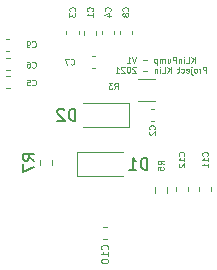
<source format=gbo>
%TF.GenerationSoftware,KiCad,Pcbnew,(5.1.8)-1*%
%TF.CreationDate,2020-11-23T23:28:54+01:00*%
%TF.ProjectId,KLinPump_PCB,4b4c696e-5075-46d7-905f-5043422e6b69,rev?*%
%TF.SameCoordinates,PX6a9eec0PY52f83c0*%
%TF.FileFunction,Legend,Bot*%
%TF.FilePolarity,Positive*%
%FSLAX46Y46*%
G04 Gerber Fmt 4.6, Leading zero omitted, Abs format (unit mm)*
G04 Created by KiCad (PCBNEW (5.1.8)-1) date 2020-11-23 23:28:54*
%MOMM*%
%LPD*%
G01*
G04 APERTURE LIST*
%ADD10C,0.100000*%
%ADD11C,0.120000*%
%ADD12C,0.150000*%
G04 APERTURE END LIST*
D10*
X20307142Y-7801190D02*
X20307142Y-7301190D01*
X20021428Y-7801190D02*
X20235714Y-7515476D01*
X20021428Y-7301190D02*
X20307142Y-7586904D01*
X19569047Y-7801190D02*
X19807142Y-7801190D01*
X19807142Y-7301190D01*
X19402380Y-7801190D02*
X19402380Y-7467857D01*
X19402380Y-7301190D02*
X19426190Y-7325000D01*
X19402380Y-7348809D01*
X19378571Y-7325000D01*
X19402380Y-7301190D01*
X19402380Y-7348809D01*
X19164285Y-7467857D02*
X19164285Y-7801190D01*
X19164285Y-7515476D02*
X19140476Y-7491666D01*
X19092857Y-7467857D01*
X19021428Y-7467857D01*
X18973809Y-7491666D01*
X18950000Y-7539285D01*
X18950000Y-7801190D01*
X18711904Y-7801190D02*
X18711904Y-7301190D01*
X18521428Y-7301190D01*
X18473809Y-7325000D01*
X18450000Y-7348809D01*
X18426190Y-7396428D01*
X18426190Y-7467857D01*
X18450000Y-7515476D01*
X18473809Y-7539285D01*
X18521428Y-7563095D01*
X18711904Y-7563095D01*
X17997619Y-7467857D02*
X17997619Y-7801190D01*
X18211904Y-7467857D02*
X18211904Y-7729761D01*
X18188095Y-7777380D01*
X18140476Y-7801190D01*
X18069047Y-7801190D01*
X18021428Y-7777380D01*
X17997619Y-7753571D01*
X17759523Y-7801190D02*
X17759523Y-7467857D01*
X17759523Y-7515476D02*
X17735714Y-7491666D01*
X17688095Y-7467857D01*
X17616666Y-7467857D01*
X17569047Y-7491666D01*
X17545238Y-7539285D01*
X17545238Y-7801190D01*
X17545238Y-7539285D02*
X17521428Y-7491666D01*
X17473809Y-7467857D01*
X17402380Y-7467857D01*
X17354761Y-7491666D01*
X17330952Y-7539285D01*
X17330952Y-7801190D01*
X17092857Y-7467857D02*
X17092857Y-7967857D01*
X17092857Y-7491666D02*
X17045238Y-7467857D01*
X16950000Y-7467857D01*
X16902380Y-7491666D01*
X16878571Y-7515476D01*
X16854761Y-7563095D01*
X16854761Y-7705952D01*
X16878571Y-7753571D01*
X16902380Y-7777380D01*
X16950000Y-7801190D01*
X17045238Y-7801190D01*
X17092857Y-7777380D01*
X16259523Y-7610714D02*
X15878571Y-7610714D01*
X15330952Y-7301190D02*
X15164285Y-7801190D01*
X14997619Y-7301190D01*
X14569047Y-7801190D02*
X14854761Y-7801190D01*
X14711904Y-7801190D02*
X14711904Y-7301190D01*
X14759523Y-7372619D01*
X14807142Y-7420238D01*
X14854761Y-7444047D01*
X21283333Y-8651190D02*
X21283333Y-8151190D01*
X21092857Y-8151190D01*
X21045238Y-8175000D01*
X21021428Y-8198809D01*
X20997619Y-8246428D01*
X20997619Y-8317857D01*
X21021428Y-8365476D01*
X21045238Y-8389285D01*
X21092857Y-8413095D01*
X21283333Y-8413095D01*
X20783333Y-8651190D02*
X20783333Y-8317857D01*
X20783333Y-8413095D02*
X20759523Y-8365476D01*
X20735714Y-8341666D01*
X20688095Y-8317857D01*
X20640476Y-8317857D01*
X20402380Y-8651190D02*
X20450000Y-8627380D01*
X20473809Y-8603571D01*
X20497619Y-8555952D01*
X20497619Y-8413095D01*
X20473809Y-8365476D01*
X20450000Y-8341666D01*
X20402380Y-8317857D01*
X20330952Y-8317857D01*
X20283333Y-8341666D01*
X20259523Y-8365476D01*
X20235714Y-8413095D01*
X20235714Y-8555952D01*
X20259523Y-8603571D01*
X20283333Y-8627380D01*
X20330952Y-8651190D01*
X20402380Y-8651190D01*
X20021428Y-8317857D02*
X20021428Y-8746428D01*
X20045238Y-8794047D01*
X20092857Y-8817857D01*
X20116666Y-8817857D01*
X20021428Y-8151190D02*
X20045238Y-8175000D01*
X20021428Y-8198809D01*
X19997619Y-8175000D01*
X20021428Y-8151190D01*
X20021428Y-8198809D01*
X19592857Y-8627380D02*
X19640476Y-8651190D01*
X19735714Y-8651190D01*
X19783333Y-8627380D01*
X19807142Y-8579761D01*
X19807142Y-8389285D01*
X19783333Y-8341666D01*
X19735714Y-8317857D01*
X19640476Y-8317857D01*
X19592857Y-8341666D01*
X19569047Y-8389285D01*
X19569047Y-8436904D01*
X19807142Y-8484523D01*
X19140476Y-8627380D02*
X19188095Y-8651190D01*
X19283333Y-8651190D01*
X19330952Y-8627380D01*
X19354761Y-8603571D01*
X19378571Y-8555952D01*
X19378571Y-8413095D01*
X19354761Y-8365476D01*
X19330952Y-8341666D01*
X19283333Y-8317857D01*
X19188095Y-8317857D01*
X19140476Y-8341666D01*
X18997619Y-8317857D02*
X18807142Y-8317857D01*
X18926190Y-8151190D02*
X18926190Y-8579761D01*
X18902380Y-8627380D01*
X18854761Y-8651190D01*
X18807142Y-8651190D01*
X18259523Y-8651190D02*
X18259523Y-8151190D01*
X17973809Y-8651190D02*
X18188095Y-8365476D01*
X17973809Y-8151190D02*
X18259523Y-8436904D01*
X17521428Y-8651190D02*
X17759523Y-8651190D01*
X17759523Y-8151190D01*
X17354761Y-8651190D02*
X17354761Y-8317857D01*
X17354761Y-8151190D02*
X17378571Y-8175000D01*
X17354761Y-8198809D01*
X17330952Y-8175000D01*
X17354761Y-8151190D01*
X17354761Y-8198809D01*
X17116666Y-8317857D02*
X17116666Y-8651190D01*
X17116666Y-8365476D02*
X17092857Y-8341666D01*
X17045238Y-8317857D01*
X16973809Y-8317857D01*
X16926190Y-8341666D01*
X16902380Y-8389285D01*
X16902380Y-8651190D01*
X16283333Y-8460714D02*
X15902380Y-8460714D01*
X15307142Y-8198809D02*
X15283333Y-8175000D01*
X15235714Y-8151190D01*
X15116666Y-8151190D01*
X15069047Y-8175000D01*
X15045238Y-8198809D01*
X15021428Y-8246428D01*
X15021428Y-8294047D01*
X15045238Y-8365476D01*
X15330952Y-8651190D01*
X15021428Y-8651190D01*
X14711904Y-8151190D02*
X14664285Y-8151190D01*
X14616666Y-8175000D01*
X14592857Y-8198809D01*
X14569047Y-8246428D01*
X14545238Y-8341666D01*
X14545238Y-8460714D01*
X14569047Y-8555952D01*
X14592857Y-8603571D01*
X14616666Y-8627380D01*
X14664285Y-8651190D01*
X14711904Y-8651190D01*
X14759523Y-8627380D01*
X14783333Y-8603571D01*
X14807142Y-8555952D01*
X14830952Y-8460714D01*
X14830952Y-8341666D01*
X14807142Y-8246428D01*
X14783333Y-8198809D01*
X14759523Y-8175000D01*
X14711904Y-8151190D01*
X14354761Y-8198809D02*
X14330952Y-8175000D01*
X14283333Y-8151190D01*
X14164285Y-8151190D01*
X14116666Y-8175000D01*
X14092857Y-8198809D01*
X14069047Y-8246428D01*
X14069047Y-8294047D01*
X14092857Y-8365476D01*
X14378571Y-8651190D01*
X14069047Y-8651190D01*
X13592857Y-8651190D02*
X13878571Y-8651190D01*
X13735714Y-8651190D02*
X13735714Y-8151190D01*
X13783333Y-8222619D01*
X13830952Y-8270238D01*
X13878571Y-8294047D01*
D11*
%TO.C,R3*%
X16927064Y-9190000D02*
X15472936Y-9190000D01*
X16927064Y-11010000D02*
X15472936Y-11010000D01*
%TO.C,C8*%
X13940000Y-5390580D02*
X13940000Y-5109420D01*
X14960000Y-5390580D02*
X14960000Y-5109420D01*
%TO.C,C4*%
X12430000Y-5390580D02*
X12430000Y-5109420D01*
X13450000Y-5390580D02*
X13450000Y-5109420D01*
%TO.C,C1*%
X11960000Y-5415580D02*
X11960000Y-5134420D01*
X10940000Y-5415580D02*
X10940000Y-5134420D01*
%TO.C,C3*%
X10460000Y-5390580D02*
X10460000Y-5109420D01*
X9440000Y-5390580D02*
X9440000Y-5109420D01*
%TO.C,C2*%
X16559420Y-11740000D02*
X16840580Y-11740000D01*
X16559420Y-12760000D02*
X16840580Y-12760000D01*
%TO.C,C5*%
X4354420Y-9950000D02*
X4635580Y-9950000D01*
X4354420Y-8930000D02*
X4635580Y-8930000D01*
%TO.C,C6*%
X4359420Y-7390000D02*
X4640580Y-7390000D01*
X4359420Y-8410000D02*
X4640580Y-8410000D01*
%TO.C,C7*%
X11840580Y-7240000D02*
X11559420Y-7240000D01*
X11840580Y-8260000D02*
X11559420Y-8260000D01*
%TO.C,C9*%
X4309420Y-6835000D02*
X4590580Y-6835000D01*
X4309420Y-5815000D02*
X4590580Y-5815000D01*
%TO.C,C10*%
X12840580Y-21740000D02*
X12559420Y-21740000D01*
X12840580Y-22760000D02*
X12559420Y-22760000D01*
%TO.C,C11*%
X20690000Y-18640580D02*
X20690000Y-18359420D01*
X21710000Y-18640580D02*
X21710000Y-18359420D01*
%TO.C,C12*%
X19710000Y-18359420D02*
X19710000Y-18640580D01*
X18690000Y-18359420D02*
X18690000Y-18640580D01*
%TO.C,R5*%
X17972500Y-18337742D02*
X17972500Y-18812258D01*
X16927500Y-18337742D02*
X16927500Y-18812258D01*
%TO.C,D1*%
X10300000Y-17400000D02*
X14200000Y-17400000D01*
X10300000Y-15400000D02*
X14200000Y-15400000D01*
X10300000Y-17400000D02*
X10300000Y-15400000D01*
%TO.C,D2*%
X14750000Y-11250000D02*
X14750000Y-13250000D01*
X14750000Y-13250000D02*
X10850000Y-13250000D01*
X14750000Y-11250000D02*
X10850000Y-11250000D01*
%TO.C,R7*%
X7177500Y-16012742D02*
X7177500Y-16487258D01*
X8222500Y-16012742D02*
X8222500Y-16487258D01*
%TO.C,R3*%
D10*
X13483333Y-10026190D02*
X13650000Y-9788095D01*
X13769047Y-10026190D02*
X13769047Y-9526190D01*
X13578571Y-9526190D01*
X13530952Y-9550000D01*
X13507142Y-9573809D01*
X13483333Y-9621428D01*
X13483333Y-9692857D01*
X13507142Y-9740476D01*
X13530952Y-9764285D01*
X13578571Y-9788095D01*
X13769047Y-9788095D01*
X13316666Y-9526190D02*
X13007142Y-9526190D01*
X13173809Y-9716666D01*
X13102380Y-9716666D01*
X13054761Y-9740476D01*
X13030952Y-9764285D01*
X13007142Y-9811904D01*
X13007142Y-9930952D01*
X13030952Y-9978571D01*
X13054761Y-10002380D01*
X13102380Y-10026190D01*
X13245238Y-10026190D01*
X13292857Y-10002380D01*
X13316666Y-9978571D01*
%TO.C,C8*%
X14628571Y-3416666D02*
X14652380Y-3392857D01*
X14676190Y-3321428D01*
X14676190Y-3273809D01*
X14652380Y-3202380D01*
X14604761Y-3154761D01*
X14557142Y-3130952D01*
X14461904Y-3107142D01*
X14390476Y-3107142D01*
X14295238Y-3130952D01*
X14247619Y-3154761D01*
X14200000Y-3202380D01*
X14176190Y-3273809D01*
X14176190Y-3321428D01*
X14200000Y-3392857D01*
X14223809Y-3416666D01*
X14390476Y-3702380D02*
X14366666Y-3654761D01*
X14342857Y-3630952D01*
X14295238Y-3607142D01*
X14271428Y-3607142D01*
X14223809Y-3630952D01*
X14200000Y-3654761D01*
X14176190Y-3702380D01*
X14176190Y-3797619D01*
X14200000Y-3845238D01*
X14223809Y-3869047D01*
X14271428Y-3892857D01*
X14295238Y-3892857D01*
X14342857Y-3869047D01*
X14366666Y-3845238D01*
X14390476Y-3797619D01*
X14390476Y-3702380D01*
X14414285Y-3654761D01*
X14438095Y-3630952D01*
X14485714Y-3607142D01*
X14580952Y-3607142D01*
X14628571Y-3630952D01*
X14652380Y-3654761D01*
X14676190Y-3702380D01*
X14676190Y-3797619D01*
X14652380Y-3845238D01*
X14628571Y-3869047D01*
X14580952Y-3892857D01*
X14485714Y-3892857D01*
X14438095Y-3869047D01*
X14414285Y-3845238D01*
X14390476Y-3797619D01*
%TO.C,C4*%
X13128571Y-3416666D02*
X13152380Y-3392857D01*
X13176190Y-3321428D01*
X13176190Y-3273809D01*
X13152380Y-3202380D01*
X13104761Y-3154761D01*
X13057142Y-3130952D01*
X12961904Y-3107142D01*
X12890476Y-3107142D01*
X12795238Y-3130952D01*
X12747619Y-3154761D01*
X12700000Y-3202380D01*
X12676190Y-3273809D01*
X12676190Y-3321428D01*
X12700000Y-3392857D01*
X12723809Y-3416666D01*
X12842857Y-3845238D02*
X13176190Y-3845238D01*
X12652380Y-3726190D02*
X13009523Y-3607142D01*
X13009523Y-3916666D01*
%TO.C,C1*%
X11628571Y-3416666D02*
X11652380Y-3392857D01*
X11676190Y-3321428D01*
X11676190Y-3273809D01*
X11652380Y-3202380D01*
X11604761Y-3154761D01*
X11557142Y-3130952D01*
X11461904Y-3107142D01*
X11390476Y-3107142D01*
X11295238Y-3130952D01*
X11247619Y-3154761D01*
X11200000Y-3202380D01*
X11176190Y-3273809D01*
X11176190Y-3321428D01*
X11200000Y-3392857D01*
X11223809Y-3416666D01*
X11676190Y-3892857D02*
X11676190Y-3607142D01*
X11676190Y-3750000D02*
X11176190Y-3750000D01*
X11247619Y-3702380D01*
X11295238Y-3654761D01*
X11319047Y-3607142D01*
%TO.C,C3*%
X10128571Y-3416666D02*
X10152380Y-3392857D01*
X10176190Y-3321428D01*
X10176190Y-3273809D01*
X10152380Y-3202380D01*
X10104761Y-3154761D01*
X10057142Y-3130952D01*
X9961904Y-3107142D01*
X9890476Y-3107142D01*
X9795238Y-3130952D01*
X9747619Y-3154761D01*
X9700000Y-3202380D01*
X9676190Y-3273809D01*
X9676190Y-3321428D01*
X9700000Y-3392857D01*
X9723809Y-3416666D01*
X9676190Y-3583333D02*
X9676190Y-3892857D01*
X9866666Y-3726190D01*
X9866666Y-3797619D01*
X9890476Y-3845238D01*
X9914285Y-3869047D01*
X9961904Y-3892857D01*
X10080952Y-3892857D01*
X10128571Y-3869047D01*
X10152380Y-3845238D01*
X10176190Y-3797619D01*
X10176190Y-3654761D01*
X10152380Y-3607142D01*
X10128571Y-3583333D01*
%TO.C,C2*%
X16878571Y-13416666D02*
X16902380Y-13392857D01*
X16926190Y-13321428D01*
X16926190Y-13273809D01*
X16902380Y-13202380D01*
X16854761Y-13154761D01*
X16807142Y-13130952D01*
X16711904Y-13107142D01*
X16640476Y-13107142D01*
X16545238Y-13130952D01*
X16497619Y-13154761D01*
X16450000Y-13202380D01*
X16426190Y-13273809D01*
X16426190Y-13321428D01*
X16450000Y-13392857D01*
X16473809Y-13416666D01*
X16473809Y-13607142D02*
X16450000Y-13630952D01*
X16426190Y-13678571D01*
X16426190Y-13797619D01*
X16450000Y-13845238D01*
X16473809Y-13869047D01*
X16521428Y-13892857D01*
X16569047Y-13892857D01*
X16640476Y-13869047D01*
X16926190Y-13583333D01*
X16926190Y-13892857D01*
%TO.C,C5*%
X6533333Y-9678571D02*
X6557142Y-9702380D01*
X6628571Y-9726190D01*
X6676190Y-9726190D01*
X6747619Y-9702380D01*
X6795238Y-9654761D01*
X6819047Y-9607142D01*
X6842857Y-9511904D01*
X6842857Y-9440476D01*
X6819047Y-9345238D01*
X6795238Y-9297619D01*
X6747619Y-9250000D01*
X6676190Y-9226190D01*
X6628571Y-9226190D01*
X6557142Y-9250000D01*
X6533333Y-9273809D01*
X6080952Y-9226190D02*
X6319047Y-9226190D01*
X6342857Y-9464285D01*
X6319047Y-9440476D01*
X6271428Y-9416666D01*
X6152380Y-9416666D01*
X6104761Y-9440476D01*
X6080952Y-9464285D01*
X6057142Y-9511904D01*
X6057142Y-9630952D01*
X6080952Y-9678571D01*
X6104761Y-9702380D01*
X6152380Y-9726190D01*
X6271428Y-9726190D01*
X6319047Y-9702380D01*
X6342857Y-9678571D01*
%TO.C,C6*%
X6533333Y-8178571D02*
X6557142Y-8202380D01*
X6628571Y-8226190D01*
X6676190Y-8226190D01*
X6747619Y-8202380D01*
X6795238Y-8154761D01*
X6819047Y-8107142D01*
X6842857Y-8011904D01*
X6842857Y-7940476D01*
X6819047Y-7845238D01*
X6795238Y-7797619D01*
X6747619Y-7750000D01*
X6676190Y-7726190D01*
X6628571Y-7726190D01*
X6557142Y-7750000D01*
X6533333Y-7773809D01*
X6104761Y-7726190D02*
X6200000Y-7726190D01*
X6247619Y-7750000D01*
X6271428Y-7773809D01*
X6319047Y-7845238D01*
X6342857Y-7940476D01*
X6342857Y-8130952D01*
X6319047Y-8178571D01*
X6295238Y-8202380D01*
X6247619Y-8226190D01*
X6152380Y-8226190D01*
X6104761Y-8202380D01*
X6080952Y-8178571D01*
X6057142Y-8130952D01*
X6057142Y-8011904D01*
X6080952Y-7964285D01*
X6104761Y-7940476D01*
X6152380Y-7916666D01*
X6247619Y-7916666D01*
X6295238Y-7940476D01*
X6319047Y-7964285D01*
X6342857Y-8011904D01*
%TO.C,C7*%
X9783333Y-7928571D02*
X9807142Y-7952380D01*
X9878571Y-7976190D01*
X9926190Y-7976190D01*
X9997619Y-7952380D01*
X10045238Y-7904761D01*
X10069047Y-7857142D01*
X10092857Y-7761904D01*
X10092857Y-7690476D01*
X10069047Y-7595238D01*
X10045238Y-7547619D01*
X9997619Y-7500000D01*
X9926190Y-7476190D01*
X9878571Y-7476190D01*
X9807142Y-7500000D01*
X9783333Y-7523809D01*
X9616666Y-7476190D02*
X9283333Y-7476190D01*
X9497619Y-7976190D01*
%TO.C,C9*%
X6533333Y-6428571D02*
X6557142Y-6452380D01*
X6628571Y-6476190D01*
X6676190Y-6476190D01*
X6747619Y-6452380D01*
X6795238Y-6404761D01*
X6819047Y-6357142D01*
X6842857Y-6261904D01*
X6842857Y-6190476D01*
X6819047Y-6095238D01*
X6795238Y-6047619D01*
X6747619Y-6000000D01*
X6676190Y-5976190D01*
X6628571Y-5976190D01*
X6557142Y-6000000D01*
X6533333Y-6023809D01*
X6295238Y-6476190D02*
X6200000Y-6476190D01*
X6152380Y-6452380D01*
X6128571Y-6428571D01*
X6080952Y-6357142D01*
X6057142Y-6261904D01*
X6057142Y-6071428D01*
X6080952Y-6023809D01*
X6104761Y-6000000D01*
X6152380Y-5976190D01*
X6247619Y-5976190D01*
X6295238Y-6000000D01*
X6319047Y-6023809D01*
X6342857Y-6071428D01*
X6342857Y-6190476D01*
X6319047Y-6238095D01*
X6295238Y-6261904D01*
X6247619Y-6285714D01*
X6152380Y-6285714D01*
X6104761Y-6261904D01*
X6080952Y-6238095D01*
X6057142Y-6190476D01*
%TO.C,C10*%
X12914285Y-23614285D02*
X12942857Y-23585714D01*
X12971428Y-23500000D01*
X12971428Y-23442857D01*
X12942857Y-23357142D01*
X12885714Y-23300000D01*
X12828571Y-23271428D01*
X12714285Y-23242857D01*
X12628571Y-23242857D01*
X12514285Y-23271428D01*
X12457142Y-23300000D01*
X12400000Y-23357142D01*
X12371428Y-23442857D01*
X12371428Y-23500000D01*
X12400000Y-23585714D01*
X12428571Y-23614285D01*
X12971428Y-24185714D02*
X12971428Y-23842857D01*
X12971428Y-24014285D02*
X12371428Y-24014285D01*
X12457142Y-23957142D01*
X12514285Y-23900000D01*
X12542857Y-23842857D01*
X12371428Y-24557142D02*
X12371428Y-24614285D01*
X12400000Y-24671428D01*
X12428571Y-24700000D01*
X12485714Y-24728571D01*
X12600000Y-24757142D01*
X12742857Y-24757142D01*
X12857142Y-24728571D01*
X12914285Y-24700000D01*
X12942857Y-24671428D01*
X12971428Y-24614285D01*
X12971428Y-24557142D01*
X12942857Y-24500000D01*
X12914285Y-24471428D01*
X12857142Y-24442857D01*
X12742857Y-24414285D01*
X12600000Y-24414285D01*
X12485714Y-24442857D01*
X12428571Y-24471428D01*
X12400000Y-24500000D01*
X12371428Y-24557142D01*
%TO.C,C11*%
X21378571Y-15678571D02*
X21402380Y-15654761D01*
X21426190Y-15583333D01*
X21426190Y-15535714D01*
X21402380Y-15464285D01*
X21354761Y-15416666D01*
X21307142Y-15392857D01*
X21211904Y-15369047D01*
X21140476Y-15369047D01*
X21045238Y-15392857D01*
X20997619Y-15416666D01*
X20950000Y-15464285D01*
X20926190Y-15535714D01*
X20926190Y-15583333D01*
X20950000Y-15654761D01*
X20973809Y-15678571D01*
X21426190Y-16154761D02*
X21426190Y-15869047D01*
X21426190Y-16011904D02*
X20926190Y-16011904D01*
X20997619Y-15964285D01*
X21045238Y-15916666D01*
X21069047Y-15869047D01*
X21426190Y-16630952D02*
X21426190Y-16345238D01*
X21426190Y-16488095D02*
X20926190Y-16488095D01*
X20997619Y-16440476D01*
X21045238Y-16392857D01*
X21069047Y-16345238D01*
%TO.C,C12*%
X19378571Y-15678571D02*
X19402380Y-15654761D01*
X19426190Y-15583333D01*
X19426190Y-15535714D01*
X19402380Y-15464285D01*
X19354761Y-15416666D01*
X19307142Y-15392857D01*
X19211904Y-15369047D01*
X19140476Y-15369047D01*
X19045238Y-15392857D01*
X18997619Y-15416666D01*
X18950000Y-15464285D01*
X18926190Y-15535714D01*
X18926190Y-15583333D01*
X18950000Y-15654761D01*
X18973809Y-15678571D01*
X19426190Y-16154761D02*
X19426190Y-15869047D01*
X19426190Y-16011904D02*
X18926190Y-16011904D01*
X18997619Y-15964285D01*
X19045238Y-15916666D01*
X19069047Y-15869047D01*
X18973809Y-16345238D02*
X18950000Y-16369047D01*
X18926190Y-16416666D01*
X18926190Y-16535714D01*
X18950000Y-16583333D01*
X18973809Y-16607142D01*
X19021428Y-16630952D01*
X19069047Y-16630952D01*
X19140476Y-16607142D01*
X19426190Y-16321428D01*
X19426190Y-16630952D01*
%TO.C,R5*%
X17676190Y-16416666D02*
X17438095Y-16250000D01*
X17676190Y-16130952D02*
X17176190Y-16130952D01*
X17176190Y-16321428D01*
X17200000Y-16369047D01*
X17223809Y-16392857D01*
X17271428Y-16416666D01*
X17342857Y-16416666D01*
X17390476Y-16392857D01*
X17414285Y-16369047D01*
X17438095Y-16321428D01*
X17438095Y-16130952D01*
X17176190Y-16869047D02*
X17176190Y-16630952D01*
X17414285Y-16607142D01*
X17390476Y-16630952D01*
X17366666Y-16678571D01*
X17366666Y-16797619D01*
X17390476Y-16845238D01*
X17414285Y-16869047D01*
X17461904Y-16892857D01*
X17580952Y-16892857D01*
X17628571Y-16869047D01*
X17652380Y-16845238D01*
X17676190Y-16797619D01*
X17676190Y-16678571D01*
X17652380Y-16630952D01*
X17628571Y-16607142D01*
%TO.C,D1*%
D12*
X16288095Y-16852380D02*
X16288095Y-15852380D01*
X16050000Y-15852380D01*
X15907142Y-15900000D01*
X15811904Y-15995238D01*
X15764285Y-16090476D01*
X15716666Y-16280952D01*
X15716666Y-16423809D01*
X15764285Y-16614285D01*
X15811904Y-16709523D01*
X15907142Y-16804761D01*
X16050000Y-16852380D01*
X16288095Y-16852380D01*
X14764285Y-16852380D02*
X15335714Y-16852380D01*
X15050000Y-16852380D02*
X15050000Y-15852380D01*
X15145238Y-15995238D01*
X15240476Y-16090476D01*
X15335714Y-16138095D01*
%TO.C,D2*%
X10188095Y-12702380D02*
X10188095Y-11702380D01*
X9950000Y-11702380D01*
X9807142Y-11750000D01*
X9711904Y-11845238D01*
X9664285Y-11940476D01*
X9616666Y-12130952D01*
X9616666Y-12273809D01*
X9664285Y-12464285D01*
X9711904Y-12559523D01*
X9807142Y-12654761D01*
X9950000Y-12702380D01*
X10188095Y-12702380D01*
X9235714Y-11797619D02*
X9188095Y-11750000D01*
X9092857Y-11702380D01*
X8854761Y-11702380D01*
X8759523Y-11750000D01*
X8711904Y-11797619D01*
X8664285Y-11892857D01*
X8664285Y-11988095D01*
X8711904Y-12130952D01*
X9283333Y-12702380D01*
X8664285Y-12702380D01*
%TO.C,R7*%
X6722380Y-16083333D02*
X6246190Y-15750000D01*
X6722380Y-15511904D02*
X5722380Y-15511904D01*
X5722380Y-15892857D01*
X5770000Y-15988095D01*
X5817619Y-16035714D01*
X5912857Y-16083333D01*
X6055714Y-16083333D01*
X6150952Y-16035714D01*
X6198571Y-15988095D01*
X6246190Y-15892857D01*
X6246190Y-15511904D01*
X5722380Y-16416666D02*
X5722380Y-17083333D01*
X6722380Y-16654761D01*
%TD*%
M02*

</source>
